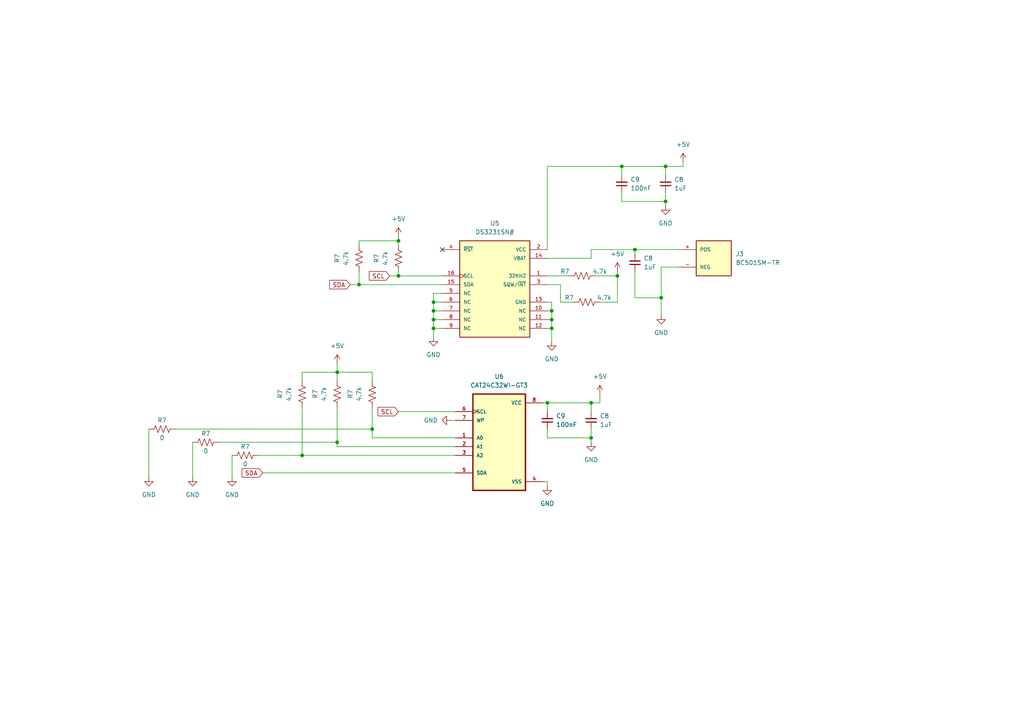
<source format=kicad_sch>
(kicad_sch (version 20230121) (generator eeschema)
  (paper "A4")
  (lib_symbols
    (symbol "BC501SM-TR:BC501SM-TR" (pin_names (offset 1.016))
      (property "Reference" "J" (at -5.08 5.08 0))
      (property "Value" "BC501SM-TR" (at -5.08 -7.62 0))
      (symbol "BC501SM-TR_0_0"
        (rectangle (start -5.08 -5.08) (end 5.08 5.08) (stroke (width 0.254)) (fill (type background)))
        (pin passive line (at -10.16 2.54 0) (length 5.08) (name "POS") (number "+"))
        (pin passive line (at -10.16 -2.54 0) (length 5.08) (name "NEG") (number "-"))
      )
    )
    (symbol "CAT24C32WI-GT3:CAT24C32WI-GT3" (pin_names (offset 1.016))
      (property "Reference" "U" (at -7.6205 12.7008 0))
      (property "Value" "CAT24C32WI-GT3" (at -7.5948 -17.755 0))
      (symbol "CAT24C32WI-GT3_0_0"
        (rectangle (start -7.62 -15.24) (end 7.62 12.7) (stroke (width 0.4064)) (fill (type background)))
        (pin input line (at -12.7 0 0) (length 5.08) (name "A0") (number "1"))
        (pin input line (at -12.7 -2.54 0) (length 5.08) (name "A1") (number "2"))
        (pin input line (at -12.7 -5.08 0) (length 5.08) (name "A2") (number "3"))
        (pin passive line (at 12.7 -12.7 180) (length 5.08) (name "VSS") (number "4"))
        (pin bidirectional line (at -12.7 -10.16 0) (length 5.08) (name "SDA") (number "5"))
        (pin input clock (at -12.7 7.62 0) (length 5.08) (name "SCL") (number "6"))
        (pin input line (at -12.7 5.08 0) (length 5.08) (name "WP") (number "7"))
        (pin power_in line (at 12.7 10.16 180) (length 5.08) (name "VCC") (number "8"))
      )
    )
    (symbol "DS3231SN_:DS3231SN#" (pin_names (offset 1.016))
      (property "Reference" "U" (at -9.9423 11.2169 0))
      (property "Value" "DS3231SN#" (at -10.16 -20.32 0))
      (symbol "DS3231SN#_0_0"
        (rectangle (start -10.16 10.16) (end 10.16 -17.78) (stroke (width 0.254)) (fill (type background)))
        (pin output line (at 15.24 0 180) (length 5.08) (name "32KHZ") (number "1"))
        (pin power_in line (at 15.24 -7.62 180) (length 5.08) (name "GND") (number "13"))
        (pin power_in line (at 15.24 5.08 180) (length 5.08) (name "VBAT") (number "14"))
        (pin bidirectional line (at -15.24 -2.54 0) (length 5.08) (name "SDA") (number "15"))
        (pin input clock (at -15.24 0 0) (length 5.08) (name "SCL") (number "16"))
        (pin power_in line (at 15.24 7.62 180) (length 5.08) (name "VCC") (number "2"))
        (pin output line (at 15.24 -2.54 180) (length 5.08) (name "SQW/~{INT}") (number "3"))
        (pin input line (at -15.24 7.62 0) (length 5.08) (name "~{RST}") (number "4"))
      )
      (symbol "DS3231SN#_1_0"
        (pin power_in line (at 15.24 -10.16 180) (length 5.08) (name "NC") (number "10"))
        (pin power_in line (at 15.24 -12.7 180) (length 5.08) (name "NC") (number "11"))
        (pin power_in line (at 15.24 -15.24 180) (length 5.08) (name "NC") (number "12"))
        (pin power_in line (at -15.24 -5.08 0) (length 5.08) (name "NC") (number "5"))
        (pin power_in line (at -15.24 -7.62 0) (length 5.08) (name "NC") (number "6"))
        (pin power_in line (at -15.24 -10.16 0) (length 5.08) (name "NC") (number "7"))
        (pin power_in line (at -15.24 -12.7 0) (length 5.08) (name "NC") (number "8"))
        (pin power_in line (at -15.24 -15.24 0) (length 5.08) (name "NC") (number "9"))
      )
    )
    (symbol "Device:C_Small" (pin_numbers hide) (pin_names (offset 0.254) hide)
      (property "Reference" "C" (at 0.254 1.778 0))
      (property "Value" "C_Small" (at 0.254 -2.032 0))
      (symbol "C_Small_0_1"
        (polyline (pts (xy -1.524 -0.508) (xy 1.524 -0.508)) (stroke (width 0.3302)))
        (polyline (pts (xy -1.524 0.508) (xy 1.524 0.508)) (stroke (width 0.3048)))
      )
      (symbol "C_Small_1_1"
        (pin passive line (at 0 2.54 270) (length 2.032) (name "~") (number "1"))
        (pin passive line (at 0 -2.54 90) (length 2.032) (name "~") (number "2"))
      )
    )
    (symbol "Device:R_US" (pin_numbers hide) (pin_names (offset 0))
      (property "Reference" "R" (at 2.54 0 90))
      (property "Value" "R_US" (at -2.54 0 90))
      (symbol "R_US_0_1"
        (polyline (pts (xy 0 -2.286) (xy 0 -2.54)))
        (polyline (pts (xy 0 2.286) (xy 0 2.54)))
        (polyline (pts (xy 0 -0.762) (xy 1.016 -1.143) (xy 0 -1.524) (xy -1.016 -1.905) (xy 0 -2.286)))
        (polyline (pts (xy 0 0.762) (xy 1.016 0.381) (xy 0 0) (xy -1.016 -0.381) (xy 0 -0.762)))
        (polyline (pts (xy 0 2.286) (xy 1.016 1.905) (xy 0 1.524) (xy -1.016 1.143) (xy 0 0.762)))
      )
      (symbol "R_US_1_1"
        (pin passive line (at 0 3.81 270) (length 1.27) (name "~") (number "1"))
        (pin passive line (at 0 -3.81 90) (length 1.27) (name "~") (number "2"))
      )
    )
    (symbol "power:+5V" (power) (pin_names (offset 0))
      (property "Value" "+5V" (at 0 3.556 0))
      (symbol "+5V_0_1"
        (polyline (pts (xy -0.762 1.27) (xy 0 2.54)))
        (polyline (pts (xy 0 0) (xy 0 2.54)))
        (polyline (pts (xy 0 2.54) (xy 0.762 1.27)))
      )
      (symbol "+5V_1_1"
        (pin power_in line (at 0 0 90) (length 0) hide (name "+5V") (number "1"))
      )
    )
    (symbol "power:GND" (power) (pin_names (offset 0))
      (property "Value" "GND" (at 0 -3.81 0))
      (symbol "GND_0_1"
        (polyline (pts (xy 0 0) (xy 0 -1.27) (xy 1.27 -1.27) (xy 0 -2.54) (xy -1.27 -1.27) (xy 0 -1.27)))
      )
      (symbol "GND_1_1"
        (pin power_in line (at 0 0 270) (length 0) hide (name "GND") (number "1"))
      )
    )
  )
  (junction (at 160.02 90.17))
  (junction (at 115.57 69.85))
  (junction (at 160.02 92.71))
  (junction (at 125.73 90.17))
  (junction (at 184.15 72.39))
  (junction (at 160.02 95.25))
  (junction (at 193.04 48.26))
  (junction (at 179.07 80.01))
  (junction (at 171.45 116.84))
  (junction (at 104.14 82.55))
  (junction (at 191.77 86.36))
  (junction (at 193.04 58.42))
  (junction (at 158.75 116.84))
  (junction (at 115.57 80.01))
  (junction (at 180.34 48.26))
  (junction (at 125.73 95.25))
  (junction (at 97.79 107.95))
  (junction (at 87.63 132.08))
  (junction (at 97.79 128.27))
  (junction (at 171.45 127))
  (junction (at 125.73 92.71))
  (junction (at 125.73 87.63))
  (junction (at 107.95 124.46))
  (no_connect (at 128.27 72.39))
  (wire (pts (xy 158.75 87.63) (xy 160.02 87.63)))
  (wire (pts (xy 63.5 128.27) (xy 97.79 128.27)))
  (wire (pts (xy 125.73 92.71) (xy 128.27 92.71)))
  (wire (pts (xy 160.02 92.71) (xy 160.02 95.25)))
  (wire (pts (xy 125.73 92.71) (xy 125.73 95.25)))
  (wire (pts (xy 198.12 48.26) (xy 198.12 46.99)))
  (wire (pts (xy 74.93 132.08) (xy 87.63 132.08)))
  (wire (pts (xy 162.56 87.63) (xy 166.37 87.63)))
  (wire (pts (xy 115.57 80.01) (xy 128.27 80.01)))
  (wire (pts (xy 125.73 87.63) (xy 125.73 90.17)))
  (wire (pts (xy 179.07 78.74) (xy 179.07 80.01)))
  (wire (pts (xy 87.63 118.11) (xy 87.63 132.08)))
  (wire (pts (xy 104.14 82.55) (xy 104.14 78.74)))
  (wire (pts (xy 158.75 127) (xy 171.45 127)))
  (wire (pts (xy 193.04 58.42) (xy 193.04 55.88)))
  (wire (pts (xy 158.75 124.46) (xy 158.75 127)))
  (wire (pts (xy 113.03 80.01) (xy 115.57 80.01)))
  (wire (pts (xy 76.2 137.16) (xy 132.08 137.16)))
  (wire (pts (xy 97.79 105.41) (xy 97.79 107.95)))
  (wire (pts (xy 115.57 119.38) (xy 132.08 119.38)))
  (wire (pts (xy 184.15 72.39) (xy 184.15 73.66)))
  (wire (pts (xy 162.56 82.55) (xy 158.75 82.55)))
  (wire (pts (xy 87.63 132.08) (xy 132.08 132.08)))
  (wire (pts (xy 157.48 116.84) (xy 158.75 116.84)))
  (wire (pts (xy 158.75 139.7) (xy 157.48 139.7)))
  (wire (pts (xy 158.75 95.25) (xy 160.02 95.25)))
  (wire (pts (xy 125.73 87.63) (xy 128.27 87.63)))
  (wire (pts (xy 193.04 58.42) (xy 193.04 59.69)))
  (wire (pts (xy 43.18 124.46) (xy 43.18 138.43)))
  (wire (pts (xy 193.04 48.26) (xy 198.12 48.26)))
  (wire (pts (xy 158.75 119.38) (xy 158.75 116.84)))
  (wire (pts (xy 160.02 90.17) (xy 160.02 92.71)))
  (wire (pts (xy 180.34 48.26) (xy 193.04 48.26)))
  (wire (pts (xy 107.95 124.46) (xy 107.95 127)))
  (wire (pts (xy 107.95 118.11) (xy 107.95 124.46)))
  (wire (pts (xy 97.79 129.54) (xy 132.08 129.54)))
  (wire (pts (xy 193.04 50.8) (xy 193.04 48.26)))
  (wire (pts (xy 162.56 87.63) (xy 162.56 82.55)))
  (wire (pts (xy 101.6 82.55) (xy 104.14 82.55)))
  (wire (pts (xy 158.75 48.26) (xy 180.34 48.26)))
  (wire (pts (xy 125.73 90.17) (xy 128.27 90.17)))
  (wire (pts (xy 184.15 86.36) (xy 191.77 86.36)))
  (wire (pts (xy 50.8 124.46) (xy 107.95 124.46)))
  (wire (pts (xy 191.77 77.47) (xy 196.85 77.47)))
  (wire (pts (xy 173.99 114.3) (xy 173.99 116.84)))
  (wire (pts (xy 104.14 71.12) (xy 104.14 69.85)))
  (wire (pts (xy 87.63 107.95) (xy 97.79 107.95)))
  (wire (pts (xy 158.75 140.97) (xy 158.75 139.7)))
  (wire (pts (xy 158.75 92.71) (xy 160.02 92.71)))
  (wire (pts (xy 104.14 82.55) (xy 128.27 82.55)))
  (wire (pts (xy 104.14 69.85) (xy 115.57 69.85)))
  (wire (pts (xy 125.73 95.25) (xy 125.73 97.79)))
  (wire (pts (xy 171.45 127) (xy 171.45 128.27)))
  (wire (pts (xy 97.79 128.27) (xy 97.79 129.54)))
  (wire (pts (xy 158.75 90.17) (xy 160.02 90.17)))
  (wire (pts (xy 115.57 69.85) (xy 115.57 71.12)))
  (wire (pts (xy 180.34 58.42) (xy 193.04 58.42)))
  (wire (pts (xy 55.88 128.27) (xy 55.88 138.43)))
  (wire (pts (xy 171.45 127) (xy 171.45 124.46)))
  (wire (pts (xy 158.75 80.01) (xy 165.1 80.01)))
  (wire (pts (xy 184.15 78.74) (xy 184.15 86.36)))
  (wire (pts (xy 158.75 48.26) (xy 158.75 72.39)))
  (wire (pts (xy 97.79 107.95) (xy 97.79 110.49)))
  (wire (pts (xy 171.45 72.39) (xy 184.15 72.39)))
  (wire (pts (xy 125.73 95.25) (xy 128.27 95.25)))
  (wire (pts (xy 107.95 127) (xy 132.08 127)))
  (wire (pts (xy 115.57 68.58) (xy 115.57 69.85)))
  (wire (pts (xy 180.34 55.88) (xy 180.34 58.42)))
  (wire (pts (xy 160.02 95.25) (xy 160.02 99.06)))
  (wire (pts (xy 179.07 87.63) (xy 179.07 80.01)))
  (wire (pts (xy 191.77 86.36) (xy 191.77 91.44)))
  (wire (pts (xy 158.75 116.84) (xy 171.45 116.84)))
  (wire (pts (xy 97.79 118.11) (xy 97.79 128.27)))
  (wire (pts (xy 67.31 138.43) (xy 67.31 132.08)))
  (wire (pts (xy 115.57 80.01) (xy 115.57 78.74)))
  (wire (pts (xy 172.72 80.01) (xy 179.07 80.01)))
  (wire (pts (xy 125.73 90.17) (xy 125.73 92.71)))
  (wire (pts (xy 87.63 107.95) (xy 87.63 110.49)))
  (wire (pts (xy 180.34 50.8) (xy 180.34 48.26)))
  (wire (pts (xy 160.02 87.63) (xy 160.02 90.17)))
  (wire (pts (xy 171.45 119.38) (xy 171.45 116.84)))
  (wire (pts (xy 125.73 85.09) (xy 125.73 87.63)))
  (wire (pts (xy 184.15 72.39) (xy 196.85 72.39)))
  (wire (pts (xy 107.95 107.95) (xy 107.95 110.49)))
  (wire (pts (xy 171.45 74.93) (xy 158.75 74.93)))
  (wire (pts (xy 191.77 77.47) (xy 191.77 86.36)))
  (wire (pts (xy 128.27 85.09) (xy 125.73 85.09)))
  (wire (pts (xy 173.99 87.63) (xy 179.07 87.63)))
  (wire (pts (xy 130.81 121.92) (xy 132.08 121.92)))
  (wire (pts (xy 171.45 116.84) (xy 173.99 116.84)))
  (wire (pts (xy 171.45 72.39) (xy 171.45 74.93)))
  (wire (pts (xy 97.79 107.95) (xy 107.95 107.95)))
  (global_label "SCL" (shape input) (at 115.57 119.38 180) (property "Intersheetrefs" "${INTERSHEET_REFS}" (effects hide)))
  (global_label "SCL" (shape input) (at 113.03 80.01 180) (property "Intersheetrefs" "${INTERSHEET_REFS}" (effects hide)))
  (global_label "SDA" (shape input) (at 101.6 82.55 180) (property "Intersheetrefs" "${INTERSHEET_REFS}" (effects hide)))
  (global_label "SDA" (shape input) (at 76.2 137.16 180) (property "Intersheetrefs" "${INTERSHEET_REFS}" (effects hide)))
  (symbol (lib_id "power:+5V") (at 115.57 68.58 0) (unit 1)
    (property "Reference" "#PWR037" (effects hide))
    (property "Value" "+5V" (at 115.57 63.5 0))
  )
  (symbol (lib_id "power:GND") (at 171.45 128.27 0) (unit 1)
    (property "Reference" "#PWR030" (effects hide))
    (property "Value" "GND" (at 171.45 133.35 0))
    (instances (project "WeatherStation" (path "" (reference "#PWR030") (unit 1)) (path "" (reference "#PWR050") (unit 1))))
  )
  (symbol (lib_id "BC501SM-TR:BC501SM-TR") (at 207.01 74.93 0) (unit 1)
    (property "Reference" "J3" (at 213.36 73.66 0) (effects (justify left)))
    (property "Value" "BC501SM-TR" (at 213.36 76.2 0) (effects (justify left)))
    (property "Footprint" "BC501SM-TR:MPD_BC501SM-TR" (effects hide))
  )
  (symbol (lib_id "Device:R_US") (at 115.57 74.93 180) (unit 1)
    (property "Reference" "R7" (at 109.22 74.93 90))
    (property "Value" "4.7k" (at 111.76 74.93 90))
    (property "Footprint" "Resistor_SMD:R_0805_2012Metric_Pad1.20x1.40mm_HandSolder" (effects hide))
    (instances (project "WeatherStation" (path "" (reference "R7") (unit 1)) (path "" (reference "R10") (unit 1)) (path "" (reference "R14") (unit 1)) (path "" (reference "R18") (unit 1))))
  )
  (symbol (lib_id "Device:R_US") (at 87.63 114.3 180) (unit 1)
    (property "Reference" "R7" (at 81.28 114.3 90))
    (property "Value" "4.7k" (at 83.82 114.3 90))
    (property "Footprint" "Resistor_SMD:R_0805_2012Metric_Pad1.20x1.40mm_HandSolder" (effects hide))
    (instances (project "WeatherStation" (path "" (reference "R7") (unit 1)) (path "" (reference "R10") (unit 1)) (path "" (reference "R14") (unit 1)) (path "" (reference "R23") (unit 1))))
  )
  (symbol (lib_id "power:GND") (at 160.02 99.06 0) (unit 1)
    (property "Reference" "#PWR030" (effects hide))
    (property "Value" "GND" (at 160.02 104.14 0))
    (instances (project "WeatherStation" (path "" (reference "#PWR030") (unit 1)) (path "" (reference "#PWR035") (unit 1))))
  )
  (symbol (lib_id "Device:R_US") (at 104.14 74.93 180) (unit 1)
    (property "Reference" "R7" (at 97.79 74.93 90))
    (property "Value" "4.7k" (at 100.33 74.93 90))
    (property "Footprint" "Resistor_SMD:R_0805_2012Metric_Pad1.20x1.40mm_HandSolder" (effects hide))
    (instances (project "WeatherStation" (path "" (reference "R7") (unit 1)) (path "" (reference "R10") (unit 1)) (path "" (reference "R14") (unit 1)) (path "" (reference "R19") (unit 1))))
  )
  (symbol (lib_id "Device:C_Small") (at 171.45 121.92 180) (unit 1)
    (property "Reference" "C8" (at 173.99 120.6436 0) (effects (justify right)))
    (property "Value" "1uF" (at 173.99 123.1836 0) (effects (justify right)))
    (property "Footprint" "Capacitor_SMD:C_0805_2012Metric_Pad1.18x1.45mm_HandSolder" (effects hide))
    (instances (project "WeatherStation" (path "" (reference "C8") (unit 1)) (path "" (reference "C20") (unit 1))))
  )
  (symbol (lib_id "power:GND") (at 67.31 138.43 0) (unit 1)
    (property "Reference" "#PWR030" (effects hide))
    (property "Value" "GND" (at 67.31 143.51 0))
    (instances (project "WeatherStation" (path "" (reference "#PWR030") (unit 1)) (path "" (reference "#PWR045") (unit 1))))
  )
  (symbol (lib_id "power:GND") (at 158.75 140.97 0) (unit 1)
    (property "Reference" "#PWR030" (effects hide))
    (property "Value" "GND" (at 158.75 146.05 0))
    (instances (project "WeatherStation" (path "" (reference "#PWR030") (unit 1)) (path "" (reference "#PWR041") (unit 1))))
  )
  (symbol (lib_id "Device:R_US") (at 46.99 124.46 270) (unit 1)
    (property "Reference" "R7" (at 46.99 121.92 90))
    (property "Value" "0" (at 46.99 127 90))
    (property "Footprint" "Resistor_SMD:R_0805_2012Metric_Pad1.20x1.40mm_HandSolder" (effects hide))
    (instances (project "WeatherStation" (path "" (reference "R7") (unit 1)) (path "" (reference "R10") (unit 1)) (path "" (reference "R14") (unit 1)) (path "" (reference "R26") (unit 1))))
  )
  (symbol (lib_id "power:GND") (at 55.88 138.43 0) (unit 1)
    (property "Reference" "#PWR030" (effects hide))
    (property "Value" "GND" (at 55.88 143.51 0))
    (instances (project "WeatherStation" (path "" (reference "#PWR030") (unit 1)) (path "" (reference "#PWR044") (unit 1))))
  )
  (symbol (lib_id "power:GND") (at 130.81 121.92 270) (unit 1)
    (property "Reference" "#PWR030" (effects hide))
    (property "Value" "GND" (at 127 121.92 90) (effects (justify right)))
    (instances (project "WeatherStation" (path "" (reference "#PWR030") (unit 1)) (path "" (reference "#PWR038") (unit 1))))
  )
  (symbol (lib_id "power:+5V") (at 198.12 46.99 0) (unit 1)
    (property "Reference" "#PWR033" (effects hide))
    (property "Value" "+5V" (at 198.12 41.91 0))
  )
  (symbol (lib_id "Device:C_Small") (at 158.75 121.92 180) (unit 1)
    (property "Reference" "C9" (at 161.29 120.6436 0) (effects (justify right)))
    (property "Value" "100nF" (at 161.29 123.1836 0) (effects (justify right)))
    (property "Footprint" "Capacitor_SMD:C_0805_2012Metric_Pad1.18x1.45mm_HandSolder" (effects hide))
    (instances (project "WeatherStation" (path "" (reference "C9") (unit 1)) (path "" (reference "C19") (unit 1))))
  )
  (symbol (lib_id "Device:C_Small") (at 184.15 76.2 180) (unit 1)
    (property "Reference" "C8" (at 186.69 74.9236 0) (effects (justify right)))
    (property "Value" "1uF" (at 186.69 77.4636 0) (effects (justify right)))
    (property "Footprint" "Capacitor_SMD:C_0805_2012Metric_Pad1.18x1.45mm_HandSolder" (effects hide))
    (instances (project "WeatherStation" (path "" (reference "C8") (unit 1)) (path "" (reference "C23") (unit 1))))
  )
  (symbol (lib_id "power:+5V") (at 179.07 78.74 0) (unit 1)
    (property "Reference" "#PWR036" (effects hide))
    (property "Value" "+5V" (at 179.07 73.66 0))
  )
  (symbol (lib_id "power:GND") (at 193.04 59.69 0) (unit 1)
    (property "Reference" "#PWR030" (effects hide))
    (property "Value" "GND" (at 193.04 64.77 0))
    (instances (project "WeatherStation" (path "" (reference "#PWR030") (unit 1)) (path "" (reference "#PWR034") (unit 1))))
  )
  (symbol (lib_id "power:GND") (at 191.77 91.44 0) (unit 1)
    (property "Reference" "#PWR030" (effects hide))
    (property "Value" "GND" (at 191.77 96.52 0))
    (instances (project "WeatherStation" (path "" (reference "#PWR030") (unit 1)) (path "" (reference "#PWR042") (unit 1))))
  )
  (symbol (lib_id "Device:R_US") (at 107.95 114.3 180) (unit 1)
    (property "Reference" "R7" (at 101.6 114.3 90))
    (property "Value" "4.7k" (at 104.14 114.3 90))
    (property "Footprint" "Resistor_SMD:R_0805_2012Metric_Pad1.20x1.40mm_HandSolder" (effects hide))
    (instances (project "WeatherStation" (path "" (reference "R7") (unit 1)) (path "" (reference "R10") (unit 1)) (path "" (reference "R14") (unit 1)) (path "" (reference "R21") (unit 1))))
  )
  (symbol (lib_id "Device:C_Small") (at 193.04 53.34 180) (unit 1)
    (property "Reference" "C8" (at 195.58 52.0636 0) (effects (justify right)))
    (property "Value" "1uF" (at 195.58 54.6036 0) (effects (justify right)))
    (property "Footprint" "Capacitor_SMD:C_0805_2012Metric_Pad1.18x1.45mm_HandSolder" (effects hide))
    (instances (project "WeatherStation" (path "" (reference "C8") (unit 1)) (path "" (reference "C16") (unit 1))))
  )
  (symbol (lib_id "Device:R_US") (at 168.91 80.01 90) (unit 1)
    (property "Reference" "R7" (at 163.83 78.74 90))
    (property "Value" "4.7k" (at 173.99 78.74 90))
    (property "Footprint" "Resistor_SMD:R_0805_2012Metric_Pad1.20x1.40mm_HandSolder" (effects hide))
    (instances (project "WeatherStation" (path "" (reference "R7") (unit 1)) (path "" (reference "R10") (unit 1)) (path "" (reference "R14") (unit 1)) (path "" (reference "R29") (unit 1))))
  )
  (symbol (lib_id "Device:R_US") (at 59.69 128.27 270) (unit 1)
    (property "Reference" "R7" (at 59.69 125.73 90))
    (property "Value" "0" (at 59.69 130.81 90))
    (property "Footprint" "Resistor_SMD:R_0805_2012Metric_Pad1.20x1.40mm_HandSolder" (effects hide))
    (instances (project "WeatherStation" (path "" (reference "R7") (unit 1)) (path "" (reference "R10") (unit 1)) (path "" (reference "R14") (unit 1)) (path "" (reference "R25") (unit 1))))
  )
  (symbol (lib_id "DS3231SN_:DS3231SN#") (at 143.51 80.01 0) (unit 1)
    (property "Reference" "U5" (at 143.51 64.77 0))
    (property "Value" "DS3231SN#" (at 143.51 67.31 0))
    (property "Footprint" "DS3231SN:SOIC127P1032X265-16N" (effects hide))
  )
  (symbol (lib_id "CAT24C32WI-GT3:CAT24C32WI-GT3") (at 144.78 127 0) (unit 1)
    (property "Reference" "U6" (at 144.78 109.22 0))
    (property "Value" "CAT24C32WI-GT3" (at 144.78 111.76 0))
    (property "Footprint" "CAT24C32WI-GT3:SOIC127P600X175-8N" (effects hide))
  )
  (symbol (lib_id "power:GND") (at 43.18 138.43 0) (unit 1)
    (property "Reference" "#PWR030" (effects hide))
    (property "Value" "GND" (at 43.18 143.51 0))
    (instances (project "WeatherStation" (path "" (reference "#PWR030") (unit 1)) (path "" (reference "#PWR043") (unit 1))))
  )
  (symbol (lib_id "Device:R_US") (at 170.18 87.63 90) (unit 1)
    (property "Reference" "R7" (at 165.1 86.36 90))
    (property "Value" "4.7k" (at 175.26 86.36 90))
    (property "Footprint" "Resistor_SMD:R_0805_2012Metric_Pad1.20x1.40mm_HandSolder" (effects hide))
    (instances (project "WeatherStation" (path "" (reference "R7") (unit 1)) (path "" (reference "R10") (unit 1)) (path "" (reference "R14") (unit 1)) (path "" (reference "R17") (unit 1))))
  )
  (symbol (lib_id "Device:R_US") (at 97.79 114.3 180) (unit 1)
    (property "Reference" "R7" (at 91.44 114.3 90))
    (property "Value" "4.7k" (at 93.98 114.3 90))
    (property "Footprint" "Resistor_SMD:R_0805_2012Metric_Pad1.20x1.40mm_HandSolder" (effects hide))
    (instances (project "WeatherStation" (path "" (reference "R7") (unit 1)) (path "" (reference "R10") (unit 1)) (path "" (reference "R14") (unit 1)) (path "" (reference "R22") (unit 1))))
  )
  (symbol (lib_id "power:+5V") (at 97.79 105.41 0) (unit 1)
    (property "Reference" "#PWR039" (effects hide))
    (property "Value" "+5V" (at 97.79 100.33 0))
  )
  (symbol (lib_id "Device:R_US") (at 71.12 132.08 270) (unit 1)
    (property "Reference" "R7" (at 71.12 129.54 90))
    (property "Value" "0" (at 71.12 134.62 90))
    (property "Footprint" "Resistor_SMD:R_0805_2012Metric_Pad1.20x1.40mm_HandSolder" (effects hide))
    (instances (project "WeatherStation" (path "" (reference "R7") (unit 1)) (path "" (reference "R10") (unit 1)) (path "" (reference "R14") (unit 1)) (path "" (reference "R24") (unit 1))))
  )
  (symbol (lib_id "power:GND") (at 125.73 97.79 0) (unit 1)
    (property "Reference" "#PWR030" (effects hide))
    (property "Value" "GND" (at 125.73 102.87 0))
    (instances (project "WeatherStation" (path "" (reference "#PWR030") (unit 1)) (path "" (reference "#PWR062") (unit 1))))
  )
  (symbol (lib_id "Device:C_Small") (at 180.34 53.34 180) (unit 1)
    (property "Reference" "C9" (at 182.88 52.0636 0) (effects (justify right)))
    (property "Value" "100nF" (at 182.88 54.6036 0) (effects (justify right)))
    (property "Footprint" "Capacitor_SMD:C_0805_2012Metric_Pad1.18x1.45mm_HandSolder" (effects hide))
    (instances (project "WeatherStation" (path "" (reference "C9") (unit 1)) (path "" (reference "C17") (unit 1))))
  )
  (symbol (lib_id "power:+5V") (at 173.99 114.3 0) (unit 1)
    (property "Reference" "#PWR040" (effects hide))
    (property "Value" "+5V" (at 173.99 109.22 0))
  )
)
</source>
